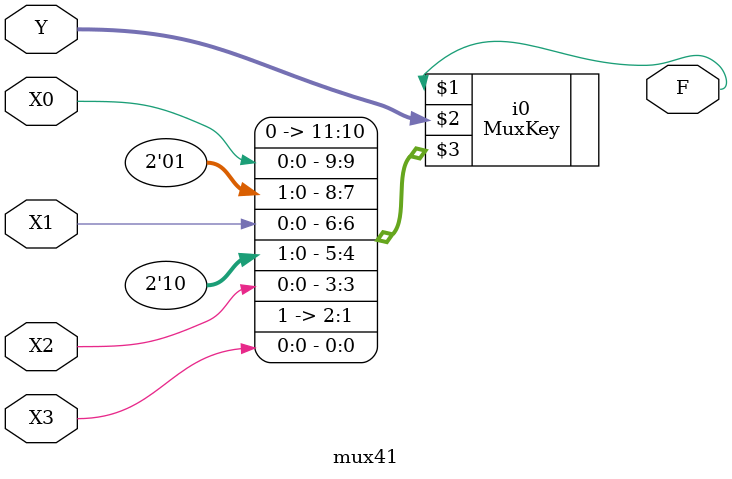
<source format=v>
`include"MuxKey.v"
module mux41(X0,X1,X2,X3,Y,F);
  input   X0,X1,X2,X3;
  input   [1:0]Y;
  output  F;
  MuxKey #(4, 2, 1) i0 (F, Y, {
    2'b00, X0,
    2'b01, X1,
    2'b10, X2,
    2'b11, X3
  });
endmodule


</source>
